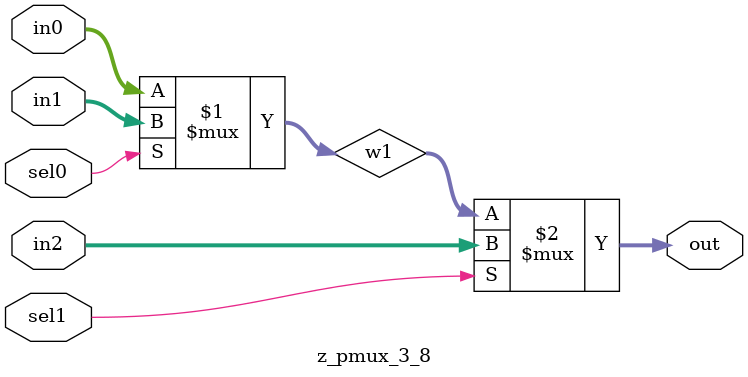
<source format=v>
module z_pmux_3_12(sel0, sel1, in0, in1, in2, out);
	input sel0, sel1;
	input [11:0] in0, in1, in2;
	output [11:0] out;
	
	wire [11:0] w1, w2;
	
	assign w1 = sel0 ? in1 : in0;
	assign out = sel1 ? in2 : w1;
	
endmodule

module z_pmux_3_8(sel0, sel1, in0, in1, in2, out);
	input sel0, sel1;
	input [7:0] in0, in1, in2;
	output [7:0] out;
	
	wire [7:0] w1, w2;
	
	assign w1 = sel0 ? in1 : in0;
	assign out = sel1 ? in2 : w1;
	
endmodule

</source>
